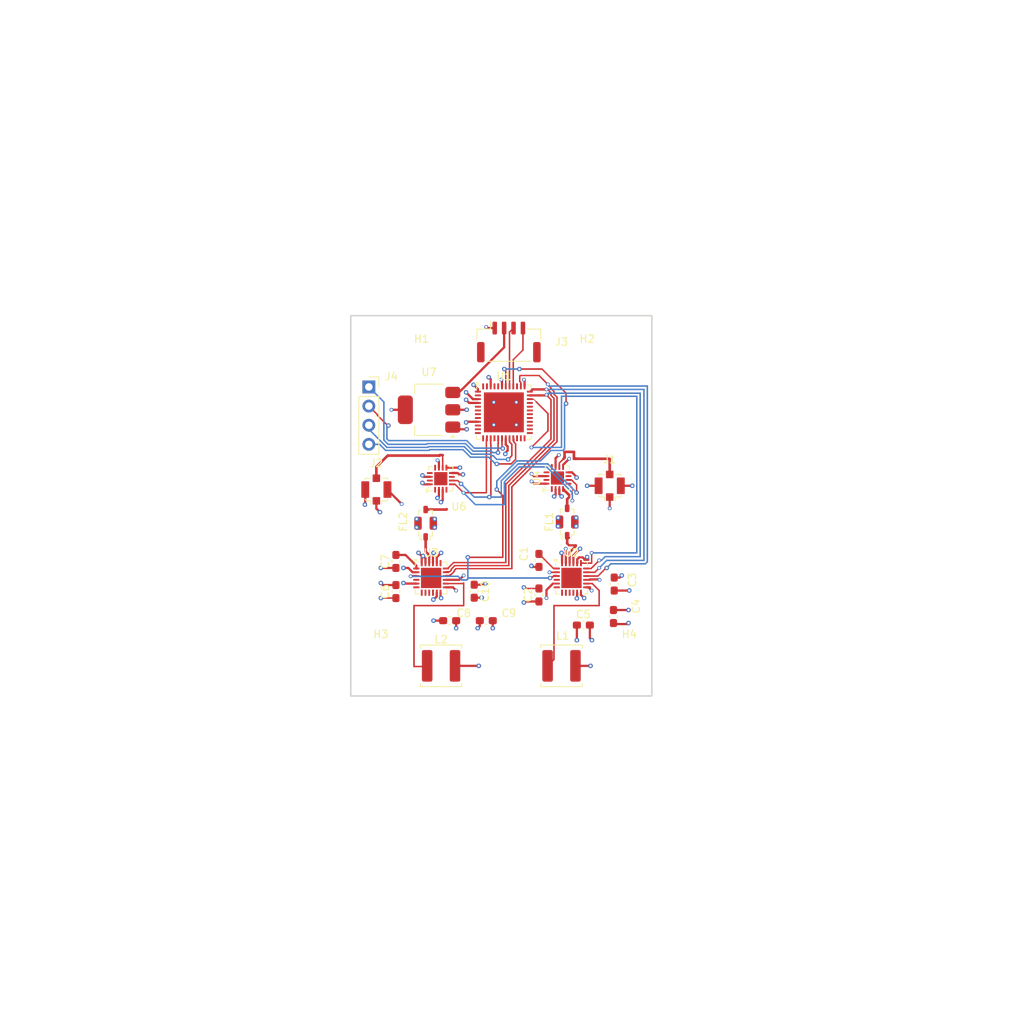
<source format=kicad_pcb>
(kicad_pcb (version 20241229) (generator "pcbnew") (generator_version "9.0")
  (layers (0 "F.Cu" signal) (4 "In1.Cu" signal) (6 "In2.Cu" signal) (2 "B.Cu" signal) (13 "F.Paste" user) (15 "B.Paste" user) (5 "F.SilkS" user "F.Silkscreen") (7 "B.SilkS" user "B.Silkscreen") (1 "F.Mask" user) (3 "B.Mask" user) (25 "Edge.Cuts" user))
  (net 0 "")
  (net 1 "Net-(FL1-IN)")
  (net 2 "Net-(FL1-OUT)")
  (net 3 "/JTAG3")
  (net 4 "/RXEN1")
  (net 5 "+3.3V")
  (net 15 "/JTAG2")
  (net 16 "/TX")
  (net 17 "/TXENO")
  (net 18 "/CS1")
  (net 20 "/CSO")
  (net 21 "/SCK")
  (net 27 "GND")
  (net 28 "/MISO")
  (net 29 "/RXENO")
  (net 31 "/TXEN1")
  (net 35 "/RX")
  (net 36 "/JTAG1")
  (net 37 "/JTAG4")
  (net 41 "/MOSI")
  (net 44 "Net-(U2-VR_PA)")
  (net 45 "Net-(U3-VR_PA)")
  (net 46 "Net-(FL2-IN)")
  (net 47 "Net-(FL2-OUT)")
  (net 48 "Net-(J1-In)")
  (net 49 "Net-(J2-In)")
  (net 50 "/VCC")
  (net 51 "Net-(U2-DCC_SW)")
  (net 52 "Net-(U3-DCC_SW)")
  (net 54 "/NRESET")
  (net 59 "Net-(U2-XTA)")
  (net 62 "/CS0")
  (net 63 "Net-(U3-XTA)")
  (footprint "Package_DFN_QFN:QFN-48-1EP_7x7mm_P0.5mm_EP5.3x5.3mm" (layer "F.Cu") (at 168.939 71.75055)
    (property "Reference" "U1")
    (property "Value" "ESP32-PICO-D4" (hide yes))
  )
  (footprint "Capacitor_SMD:C_0603_1608Metric_Pad1.08x0.95mm_HandSolder" (layer "F.Cu") (at 173.599 91.41055 90)
    (property "Reference" "C1")
    (property "Value" "10nF" (hide yes))
  )
  (footprint "Inductor_SMD:L_APV_ANR5045" (layer "F.Cu") (at 176.599 105.41055)
    (property "Reference" "L1")
    (property "Value" "15uH MPL-SES5040-150" (hide yes))
  )
  (footprint "Capacitor_SMD:C_0603_1608Metric_Pad1.08x0.95mm_HandSolder" (layer "F.Cu") (at 166.599 99.41055 180)
    (property "Reference" "C9")
    (property "Value" "100nF" (hide yes))
  )
  (footprint "MountingHole:MountingHole_3.2mm_M3" (layer "F.Cu") (at 152.599 105.41055)
    (property "Reference" "H3")
    (property "Value" "MountingHole" (hide yes))
  )
  (footprint "Capacitor_SMD:C_0603_1608Metric_Pad1.08x0.95mm_HandSolder" (layer "F.Cu") (at 183.5 98.8625 -90)
    (property "Reference" "C4")
    (property "Value" "100nF" (hide yes))
  )
  (footprint "Capacitor_SMD:C_0603_1608Metric_Pad1.08x0.95mm_HandSolder" (layer "F.Cu") (at 154.599 95.54805 90)
    (property "Reference" "C6")
    (property "Value" "10nF" (hide yes))
  )
  (footprint "Capacitor_SMD:C_0603_1608Metric_Pad1.08x0.95mm_HandSolder" (layer "F.Cu") (at 165 95.5 -90)
    (property "Reference" "C10")
    (property "Value" "100nF" (hide yes))
  )
  (footprint "MountingHole:MountingHole_3.2mm_M3" (layer "F.Cu") (at 184.599 62.41055)
    (property "Reference" "H2" (hide yes))
    (property "Value" "MountingHole" (hide yes))
  )
  (footprint "Package_DFN_QFN:QFN-16-1EP_3x3mm_P0.5mm_EP1.75x1.75mm" (layer "F.Cu") (at 176.059 80.47055 90)
    (property "Reference" "U4")
    (property "Value" "~")
  )
  (footprint "Filter:Filter_Mini-Circuits_FV1206-4" (layer "F.Cu") (at 158.549 86.47305 90)
    (property "Reference" "FL2")
    (property "Value" "BFCN-2450" (hide yes))
  )
  (footprint "MountingHole:MountingHole_3.2mm_M3" (layer "F.Cu") (at 152.599 62.41055)
    (property "Reference" "H1")
    (property "Value" "MountingHole" (hide yes))
  )
  (footprint "Connector_Coaxial:U.FL_Molex_MCRF_73412-0110_Vertical" (layer "F.Cu") (at 152 82 180)
    (property "Reference" "J2")
    (property "Value" "Conn_Coaxial" (hide yes))
  )
  (footprint "Connector_PinSocket_2.54mm:PinSocket_1x04_P2.54mm_Vertical" (layer "F.Cu") (at 151 68.38)
    (property "Reference" "J4")
    (property "Value" "Conn_01x04_Pin" (hide yes))
  )
  (footprint "Package_TO_SOT_SMD:SOT-223-3_TabPin2" (layer "F.Cu") (at 159 71.41055 180)
    (property "Reference" "U7")
    (property "Value" "LM1117MP-3.3" (hide yes))
  )
  (footprint "Connector_Coaxial:U.FL_Molex_MCRF_73412-0110_Vertical" (layer "F.Cu") (at 183 81.5 180)
    (property "Reference" "J1")
    (property "Value" "Conn_Coaxial" (hide yes))
  )
  (footprint "Capacitor_SMD:C_0603_1608Metric_Pad1.08x0.95mm_HandSolder" (layer "F.Cu") (at 179.5 100)
    (property "Reference" "C5")
    (property "Value" "470nF" (hide yes))
  )
  (footprint "Capacitor_SMD:C_0603_1608Metric_Pad1.08x0.95mm_HandSolder" (layer "F.Cu") (at 154.599 91.54805 90)
    (property "Reference" "C7")
    (property "Value" "10nF" (hide yes))
  )
  (footprint "Connector_JST:JST_GH_SM04B-GHS-TB_1x04-1MP_P1.25mm_Horizontal" (layer "F.Cu") (at 169.599 62.41055)
    (property "Reference" "J3")
    (property "Value" "Conn_01x04_Pin" (hide yes))
  )
  (footprint "Package_DFN_QFN:QFN-24-1EP_4x4mm_P0.5mm_EP2.7x2.7mm" (layer "F.Cu") (at 177.924 93.73555)
    (property "Reference" "U2")
    (property "Value" "~")
  )
  (footprint "Inductor_SMD:L_APV_ANR5045" (layer "F.Cu") (at 160.599 105.41055)
    (property "Reference" "L2")
    (property "Value" "15uH MPL-SE5040-150" (hide yes))
  )
  (footprint "MountingHole:MountingHole_3.2mm_M3" (layer "F.Cu") (at 184.599 105.41055)
    (property "Reference" "H4")
    (property "Value" "MountingHole" (hide yes))
  )
  (footprint "Capacitor_SMD:C_0603_1608Metric_Pad1.08x0.95mm_HandSolder" (layer "F.Cu") (at 183.599 94.54805 90)
    (property "Reference" "C3")
    (property "Value" "100nF" (hide yes))
  )
  (footprint "Capacitor_SMD:C_0603_1608Metric_Pad1.08x0.95mm_HandSolder" (layer "F.Cu") (at 173.599 96 90)
    (property "Reference" "C2")
    (property "Value" "10nF" (hide yes))
  )
  (footprint "Package_DFN_QFN:QFN-16-1EP_3x3mm_P0.5mm_EP1.75x1.75mm" (layer "F.Cu") (at 160.56 80.56 90)
    (property "Reference" "U6")
    (property "Value" "~")
  )
  (footprint "Capacitor_SMD:C_0603_1608Metric_Pad1.08x0.95mm_HandSolder" (layer "F.Cu") (at 161.7365 99.41055)
    (property "Reference" "C8")
    (property "Value" "470nF" (hide yes))
  )
  (footprint "Filter:Filter_Mini-Circuits_FV1206-4" (layer "F.Cu") (at 177.349 86.31055 90)
    (property "Reference" "FL1")
    (property "Value" "BFCN-2450" (hide yes))
  )
  (footprint "Package_DFN_QFN:QFN-24-1EP_4x4mm_P0.5mm_EP2.7x2.7mm" (layer "F.Cu") (at 159.274 93.73555)
    (property "Reference" "U3")
    (property "Value" "~")
  )
  (gr_rect (start 148.599 58.91055) (end 188.599 109.41055) (stroke (width 0.2)) (fill no) (layer "Edge.Cuts"))
  (gr_text "H2\n" (at 180 62 0) (layer "F.SilkS") (effects (font (size 1 1))))
  (segment (start 178.5 89.50955) (end 178.5 89.41055) (width 0.3) (layer "F.Cu") (net 1))
  (segment (start 177.674 90.33555) (end 178.5 89.50955) (width 0.3) (layer "F.Cu") (net 1))
  (segment (start 178.5 89.41055) (end 177.599 89.41055) (width 0.3) (layer "F.Cu") (net 1))
  (segment (start 177.349 88.12555) (end 177.349 88.41055) (width 0.35) (layer "F.Cu") (net 1))
  (segment (start 177.674 91.77305) (end 177.674 90.33555) (width 0.3) (layer "F.Cu") (net 1))
  (segment (start 177.349 88.41055) (end 177.349 89.16055) (width 0.35) (layer "F.Cu") (net 1))
  (segment (start 177.599 89.41055) (end 177.349 89.16055) (width 0.3) (layer "F.Cu") (net 1))
  (segment (start 177.599 88.41055) (end 177.349 88.41055) (width 0.3) (layer "F.Cu") (net 1))
  (segment (start 177.349 83.27805) (end 177.349 84.49555) (width 0.35) (layer "F.Cu") (net 2))
  (segment (start 177.619 82.74305) (end 177.619 83.00805) (width 0.25) (layer "F.Cu") (net 2))
  (segment (start 177.619 82.74305) (end 176.835 81.95905) (width 0.35) (layer "F.Cu") (net 2))
  (segment (start 177.619 83.00805) (end 177.349 83.27805) (width 0.35) (layer "F.Cu") (net 2))
  (segment (start 176.835 81.95905) (end 176.835 81.93305) (width 0.35) (layer "F.Cu") (net 2))
  (segment (start 170 75.994448) (end 169.862 75.856448) (width 0.2) (layer "F.Cu") (net 3))
  (segment (start 169.862 75.855035) (end 169.689 75.682035) (width 0.2) (layer "F.Cu") (net 3))
  (segment (start 151 74.23) (end 151 73.46) (width 0.2) (layer "F.Cu") (net 3))
  (segment (start 169.5 78) (end 170 77.5) (width 0.2) (layer "F.Cu") (net 3))
  (segment (start 169.862 75.856448) (end 169.862 75.855035) (width 0.2) (layer "F.Cu") (net 3))
  (segment (start 170 77.5) (end 170 75.994448) (width 0.2) (layer "F.Cu") (net 3))
  (segment (start 169.689 75.682035) (end 169.689 75.20055) (width 0.2) (layer "F.Cu") (net 3))
  (via (at 169.5 78) (size 0.6) (drill 0.3) (layers "F.Cu" "B.Cu") (net 3))
  (segment (start 158.9329 76.302) (end 158.8339 76.401) (width 0.2) (layer "B.Cu") (net 3))
  (segment (start 167.289592 77.501) (end 167.090592 77.302) (width 0.2) (layer "B.Cu") (net 3))
  (segment (start 168 78) (end 167.501 77.501) (width 0.2) (layer "B.Cu") (net 3))
  (segment (start 169.5 78) (end 168 78) (width 0.2) (layer "B.Cu") (net 3))
  (segment (start 167.090592 77.302) (end 164.6678 77.302) (width 0.2) (layer "B.Cu") (net 3))
  (segment (start 164.6678 77.302) (end 163.6678 76.302) (width 0.2) (layer "B.Cu") (net 3))
  (segment (start 167.501 77.501) (end 167.289592 77.501) (width 0.2) (layer "B.Cu") (net 3))
  (segment (start 158.8339 76.401) (end 153.401 76.401) (width 0.2) (layer "B.Cu") (net 3))
  (segment (start 153.401 76.401) (end 151 74) (width 0.2) (layer "B.Cu") (net 3))
  (segment (start 151 74) (end 151 73.46) (width 0.2) (layer "B.Cu") (net 3))
  (segment (start 163.6678 76.302) (end 158.9329 76.302) (width 0.2) (layer "B.Cu") (net 3))
  (segment (start 159.0975 81.31) (end 158.31 81.31) (width 0.3) (layer "F.Cu") (net 5))
  (segment (start 159.0975 80.31) (end 158.31 80.31) (width 0.3) (layer "F.Cu") (net 5))
  (segment (start 171.689 68.30055) (end 171.689 67.50055) (width 0.3) (layer "F.Cu") (net 5))
  (segment (start 160.024 95.69805) (end 160.024 96.19706) (width 0.3) (layer "F.Cu") (net 5))
  (segment (start 171.7365 95.1375) (end 171.599 95) (width 0.2) (layer "F.Cu") (net 5))
  (segment (start 154.599 94.68555) (end 152.874 94.68555) (width 0.3) (layer "F.Cu") (net 5))
  (segment (start 169.439999 76.82087) (end 169.439999 76.281562) (width 0.3) (layer "F.Cu") (net 5))
  (segment (start 172.929 80.22055) (end 172.619 79.91055) (width 0.3) (layer "F.Cu") (net 5))
  (segment (start 178.674 95.69805) (end 178.674 96.407759) (width 0.3) (layer "F.Cu") (net 5))
  (segment (start 169.129385 77.275192) (end 169.129385 77.131484) (width 0.3) (layer "F.Cu") (net 5))
  (segment (start 172.929 81.22055) (end 172.619 80.91055) (width 0.3) (layer "F.Cu") (net 5))
  (segment (start 183.5 99.8625) (end 185.3625 99.8625) (width 0.3) (layer "F.Cu") (net 5))
  (segment (start 180.40951 93.96155) (end 180.329282 93.96155) (width 0.3) (layer "F.Cu") (net 5))
  (segment (start 179.174 95.69805) (end 179.174 95.98555) (width 0.3) (layer "F.Cu") (net 5))
  (segment (start 164.329 70.50055) (end 163.919 70.09055) (width 0.3) (layer "F.Cu") (net 5))
  (segment (start 171.689 67.50055) (end 171.599 67.41055) (width 0.3) (layer "F.Cu") (net 5))
  (segment (start 168.689 68.30055) (end 168.689 67.50055) (width 0.3) (layer "F.Cu") (net 5))
  (segment (start 165.7365 99.41055) (end 165.7365 100.13555) (width 0.3) (layer "F.Cu") (net 5))
  (segment (start 179.8865 93.98555) (end 180.305282 93.98555) (width 0.1) (layer "F.Cu") (net 5))
  (segment (start 163.024 93.98555) (end 163.599 93.41055) (width 0.3) (layer "F.Cu") (net 5))
  (segment (start 164.829 70.00055) (end 163.919 69.09055) (width 0.3) (layer "F.Cu") (net 5))
  (segment (start 164.009 73.00055) (end 163.919 73.09055) (width 0.3) (layer "F.Cu") (net 5))
  (segment (start 156.81249 92.98555) (end 156.23749 92.41055) (width 0.3) (layer "F.Cu") (net 5))
  (segment (start 165.489 68.66055) (end 164.919 68.09055) (width 0.3) (layer "F.Cu") (net 5))
  (segment (start 163.024 93.98555) (end 161.2365 93.98555) (width 0.3) (layer "F.Cu") (net 5))
  (segment (start 165.489 73.00055) (end 164.009 73.00055) (width 0.3) (layer "F.Cu") (net 5))
  (segment (start 165.7365 100.13555) (end 165.4615 100.41055) (width 0.3) (layer "F.Cu") (net 5))
  (segment (start 156.23749 92.41055) (end 155.599 92.41055) (width 0.3) (layer "F.Cu") (net 5))
  (segment (start 175.01445 92.98555) (end 175 93) (width 0.1) (layer "F.Cu") (net 5))
  (segment (start 181.63005 93.93655) (end 180.43451 93.93655) (width 0.3) (layer "F.Cu") (net 5))
  (segment (start 174.5965 81.22055) (end 172.929 81.22055) (width 0.3) (layer "F.Cu") (net 5))
  (segment (start 183.599 93.68555) (end 184.324 93.68555) (width 0.3) (layer "F.Cu") (net 5))
  (segment (start 160.024 96.19706) (end 159.61051 96.61055) (width 0.3) (layer "F.Cu") (net 5))
  (segment (start 165 96.3625) (end 166 96.3625) (width 0.3) (layer "F.Cu") (net 5))
  (segment (start 165.489 70.00055) (end 164.829 70.00055) (width 0.3) (layer "F.Cu") (net 5))
  (segment (start 159.61051 96.61055) (end 159.57308 96.61055) (width 0.3) (layer "F.Cu") (net 5))
  (segment (start 162.15 71.41055) (end 164 71.41055) (width 0.3) (layer "F.Cu") (net 5))
  (segment (start 160.524 96.33555) (end 160.599 96.41055) (width 0.3) (layer "F.Cu") (net 5))
  (segment (start 160.874 99.41055) (end 159.599 99.41055) (width 0.3) (layer "F.Cu") (net 5))
  (segment (start 161.3615 93.86055) (end 161.2365 93.98555) (width 0.01) (layer "F.Cu") (net 5))
  (segment (start 152.874 94.68555) (end 152.599 94.41055) (width 0.3) (layer "F.Cu") (net 5))
  (segment (start 157.3115 92.98555) (end 156.81249 92.98555) (width 0.3) (layer "F.Cu") (net 5))
  (segment (start 178.449 105.41055) (end 180.449 105.41055) (width 0.3) (layer "F.Cu") (net 5))
  (segment (start 165.489 69.00055) (end 165.489 68.66055) (width 0.3) (layer "F.Cu") (net 5))
  (segment (start 167.189 68.30055) (end 167.189 67.36055) (width 0.3) (layer "F.Cu") (net 5))
  (segment (start 162.449 105.41055) (end 165.599 105.41055) (width 0.3) (layer "F.Cu") (net 5))
  (segment (start 160.524 95.69805) (end 160.524 96.33555) (width 0.3) (layer "F.Cu") (net 5))
  (segment (start 184.324 93.68555) (end 184.599 93.41055) (width 0.3) (layer "F.Cu") (net 5))
  (segment (start 180.43451 93.93655) (end 180.40951 93.96155) (width 0.3) (layer "F.Cu") (net 5))
  (segment (start 169.189 76.030563) (end 169.189 75.20055) (width 0.3) (layer "F.Cu") (net 5))
  (segment (start 158.31 80.31) (end 158.12 80.12) (width 0.3) (layer "F.Cu") (net 5))
  (segment (start 179.174 95.98555) (end 179.599 96.41055) (width 0.3) (layer "F.Cu") (net 5))
  (segment (start 180.329282 93.96155) (end 180.305282 93.98555) (width 0.3) (layer "F.Cu") (net 5))
  (segment (start 169.129385 77.131484) (end 169.439999 76.82087) (width 0.3) (layer "F.Cu") (net 5))
  (segment (start 169.189 75.20055) (end 169.189 75.549248) (width 0.2) (layer "F.Cu") (net 5))
  (segment (start 155.85 71.41055) (end 154 71.41055) (width 0.3) (layer "F.Cu") (net 5))
  (segment (start 169.439999 76.281562) (end 169.189 76.030563) (width 0.3) (layer "F.Cu") (net 5))
  (segment (start 181.653716 93.960216) (end 181.63005 93.93655) (width 0.3) (layer "F.Cu") (net 5))
  (segment (start 185.3625 99.8625) (end 185.5 99.725) (width 0.3) (layer "F.Cu") (net 5))
  (segment (start 173.599 95.1375) (end 171.7365 95.1375) (width 0.2) (layer "F.Cu") (net 5))
  (segment (start 178.674 96.407759) (end 178.632558 96.449201) (width 0.3) (layer "F.Cu") (net 5))
  (segment (start 168.689 67.50055) (end 168.599 67.41055) (width 0.3) (layer "F.Cu") (net 5))
  (segment (start 181.653716 93.993685) (end 181.653716 93.960216) (width 0.3) (layer "F.Cu") (net 5))
  (segment (start 178.6375 100) (end 178.6375 102) (width 0.3) (layer "F.Cu") (net 5))
  (segment (start 165.489 70.50055) (end 164.329 70.50055) (width 0.3) (layer "F.Cu") (net 5))
  (segment (start 174.5965 80.22055) (end 172.929 80.22055) (width 0.3) (layer "F.Cu") (net 5))
  (segment (start 175.9615 92.98555) (end 175.01445 92.98555) (width 0.2) (layer "F.Cu") (net 5))
  (segment (start 167.189 67.36055) (end 166.919 67.09055) (width 0.3) (layer "F.Cu") (net 5))
  (segment (start 158.31 81.31) (end 158.12 81.12) (width 0.3) (layer "F.Cu") (net 5))
  (via (at 159.599 99.41055) (size 0.6) (drill 0.3) (layers "F.Cu" "B.Cu") (net 5))
  (via (at 180.449 105.41055) (size 0.6) (drill 0.3) (layers "F.Cu" "B.Cu") (net 5))
  (via (at 171.599 67.41055) (size 0.5) (drill 0.3) (layers "F.Cu" "B.Cu") (net 5))
  (via (at 168.599 67.41055) (size 0.5) (drill 0.3) (layers "F.Cu" "B.Cu") (net 5))
  (via (at 155.599 92.41055) (size 0.6) (drill 0.3) (layers "F.Cu" "B.Cu") (net 5))
  (via (at 171.599 95) (size 0.6) (drill 0.3) (layers "F.Cu" "B.Cu") (net 5))
  (via (at 164.919 68.09055) (size 0.6) (drill 0.3) (layers "F.Cu" "B.Cu") (net 5))
  (via (at 178.632558 96.449201) (size 0.6) (drill 0.3) (layers "F.Cu" "B.Cu") (net 5))
  (via (at 154 71.41055) (size 0.5) (drill 0.3) (layers "F.Cu" "B.Cu") (net 5))
  (via (at 179.599 96.41055) (size 0.6) (drill 0.3) (layers "F.Cu" "B.Cu") (net 5))
  (via (at 163.919 69.09055) (size 0.6) (drill 0.3) (layers "F.Cu" "B.Cu") (net 5))
  (via (at 165.599 105.41055) (size 0.6) (drill 0.3) (layers "F.Cu" "B.Cu") (net 5))
  (via (at 164 71.41055) (size 0.6) (drill 0.3) (layers "F.Cu" "B.Cu") (net 5))
  (via (at 175 93) (size 0.5) (drill 0.3) (layers "F.Cu" "B.Cu") (net 5))
  (via (at 166.919 67.09055) (size 0.6) (drill 0.3) (layers "F.Cu" "B.Cu") (net 5))
  (via (at 159.57308 96.61055) (size 0.6) (drill 0.3) (layers "F.Cu" "B.Cu") (net 5))
  (via (at 163.919 73.09055) (size 0.6) (drill 0.3) (layers "F.Cu" "B.Cu") (net 5))
  (via (at 158.12 80.12) (size 0.6) (drill 0.3) (layers "F.Cu" "B.Cu") (net 5))
  (via (at 172.619 80.91055) (size 0.5) (drill 0.3) (layers "F.Cu" "B.Cu") (net 5))
  (via (at 160.599 96.41055) (size 0.6) (drill 0.3) (layers "F.Cu" "B.Cu") (net 5))
  (via (at 152.599 94.41055) (size 0.6) (drill 0.3) (layers "F.Cu" "B.Cu") (net 5))
  (via (at 158.12 81.12) (size 0.6) (drill 0.3) (layers "F.Cu" "B.Cu") (net 5))
  (via (at 165.4615 100.41055) (size 0.6) (drill 0.3) (layers "F.Cu" "B.Cu") (net 5))
  (via (at 178.6375 102) (size 0.6) (drill 0.3) (layers "F.Cu" "B.Cu") (net 5))
  (via (at 185.5 99.725) (size 0.6) (drill 0.3) (layers "F.Cu" "B.Cu") (net 5))
  (via (at 163.599 93.41055) (size 0.5) (drill 0.3) (layers "F.Cu" "B.Cu") (net 5))
  (via (at 166 96.3625) (size 0.6) (drill 0.3) (layers "F.Cu" "B.Cu") (net 5))
  (via (at 181.653716 93.993685) (size 0.5) (drill 0.3) (layers "F.Cu" "B.Cu") (net 5))
  (via (at 169.129385 77.275192) (size 0.6) (drill 0.3) (layers "F.Cu" "B.Cu") (net 5))
  (via (at 163.919 70.09055) (size 0.6) (drill 0.3) (layers "F.Cu" "B.Cu") (net 5))
  (via (at 172.619 79.91055) (size 0.5) (drill 0.3) (layers "F.Cu" "B.Cu") (net 5))
  (via (at 184.599 93.41055) (size 0.6) (drill 0.3) (layers "F.Cu" "B.Cu") (net 5))
  (segment (start 153.6 73.5) (end 153.5 73.5) (width 0.2) (layer "F.Cu") (net 15))
  (segment (start 168.689 75.616348) (end 168.689 75.20055) (width 0.2) (layer "F.Cu") (net 15))
  (segment (start 153.5 73.5) (end 152.153876 72.153876) (width 0.2) (layer "F.Cu") (net 15))
  (segment (start 152.153876 72.153876) (end 152.153876 72.073876) (width 0.2) (layer "F.Cu") (net 15))
  (segment (start 168.788999 76.551216) (end 168.788999 76.48192) (width 0.2) (layer "F.Cu") (net 15))
  (segment (start 168.788999 76.48192) (end 168.689 76.381921) (width 0.2) (layer "F.Cu") (net 15))
  (segment (start 168.689 76.381921) (end 168.689 75.20055) (width 0.2) (layer "F.Cu") (net 15))
  (segment (start 152.153876 72.073876) (end 151 70.92) (width 0.2) (layer "F.Cu") (net 15))
  (via (at 168.788999 76.551216) (size 0.6) (drill 0.3) (layers "F.Cu" "B.Cu") (net 15))
  (via (at 153.6 73.5) (size 0.6) (drill 0.3) (layers "F.Cu" "B.Cu") (net 15))
  (segment (start 164 75.5) (end 165 76.5) (width 0.2) (layer "B.Cu") (net 15))
  (segment (start 153.6342 75.5) (end 164 75.5) (width 0.2) (layer "B.Cu") (net 15))
  (segment (start 165 76.5) (end 168.737783 76.5) (width 0.2) (layer "B.Cu") (net 15))
  (segment (start 153.401 73.699) (end 153.401 75.2668) (width 0.2) (layer "B.Cu") (net 15))
  (segment (start 153.401 75.2668) (end 153.6342 75.5) (width 0.2) (layer "B.Cu") (net 15))
  (segment (start 153.6 73.5) (end 153.401 73.699) (width 0.2) (layer "B.Cu") (net 15))
  (segment (start 168.737783 76.5) (end 168.788999 76.551216) (width 0.2) (layer "B.Cu") (net 15))
  (segment (start 169.689 68.30055) (end 169.689 61.09555) (width 0.2) (layer "F.Cu") (net 16))
  (segment (start 169.689 61.09555) (end 170.224 60.56055) (width 0.2) (layer "F.Cu") (net 16))
  (segment (start 178.045 83.465934) (end 178.037192 83.473742) (width 0.1) (layer "F.Cu") (net 17))
  (segment (start 163.5745 82.4255) (end 166.5745 82.4255) (width 0.2) (layer "F.Cu") (net 17))
  (segment (start 166.615 82.385) (end 166.615 75.27455) (width 0.2) (layer "F.Cu") (net 17))
  (segment (start 166.615 75.27455) (end 166.689 75.20055) (width 0.2) (layer "F.Cu") (net 17))
  (segment (start 162.459 81.31) (end 162.0225 81.31) (width 0.2) (layer "F.Cu") (net 17))
  (segment (start 178.045 81.74405) (end 178.045 83.465934) (width 0.1) (layer "F.Cu") (net 17))
  (segment (start 166.5745 82.4255) (end 166.615 82.385) (width 0.2) (layer "F.Cu") (net 17))
  (segment (start 177.5215 81.22055) (end 178.045 81.74405) (width 0.1) (layer "F.Cu") (net 17))
  (segment (start 163.5745 82.4255) (end 162.459 81.31) (width 0.2) (layer "F.Cu") (net 17))
  (via (at 178.037192 83.473742) (size 0.5) (drill 0.3) (layers "F.Cu" "B.Cu") (net 17))
  (via (at 163.5745 82.4255) (size 0.5) (drill 0.3) (layers "F.Cu" "B.Cu") (net 17))
  (segment (start 174.62135 79) (end 177.998 82.37665) (width 0.2) (layer "B.Cu") (net 17))
  (segment (start 178.037192 82.698685) (end 178.037192 83.473742) (width 0.2) (layer "B.Cu") (net 17))
  (segment (start 165.149 84) (end 169 84) (width 0.2) (layer "B.Cu") (net 17))
  (segment (start 169 81) (end 171 79) (width 0.2) (layer "B.Cu") (net 17))
  (segment (start 169 84) (end 169 81) (width 0.2) (layer "B.Cu") (net 17))
  (segment (start 177.998 82.659493) (end 178.037192 82.698685) (width 0.2) (layer "B.Cu") (net 17))
  (segment (start 177.998 82.37665) (end 177.998 82.659493) (width 0.2) (layer "B.Cu") (net 17))
  (segment (start 171 79) (end 174.62135 79) (width 0.2) (layer "B.Cu") (net 17))
  (segment (start 163.5745 82.4255) (end 165.149 84) (width 0.2) (layer "B.Cu") (net 17))
  (segment (start 173.248 70.369428) (end 172.879122 70.00055) (width 0.1) (layer "F.Cu") (net 18))
  (segment (start 174.248 74.76155) (end 174.797 74.21255) (width 0.2) (layer "F.Cu") (net 18))
  (segment (start 174.797 71.918428) (end 173.248 70.369428) (width 0.2) (layer "F.Cu") (net 18))
  (segment (start 180.599 91.77305) (end 180.599 90.41055) (width 0.2) (layer "F.Cu") (net 18))
  (segment (start 179.174 91.77305) (end 180.599 91.77305) (width 0.2) (layer "F.Cu") (net 18))
  (segment (start 174.797 74.21255) (end 174.797 71.918428) (width 0.2) (layer "F.Cu") (net 18))
  (segment (start 174.223 74.78655) (end 174.198 74.76155) (width 0.2) (layer "F.Cu") (net 18))
  (segment (start 172.879122 70.00055) (end 172.389 70.00055) (width 0.1) (layer "F.Cu") (net 18))
  (segment (start 172.599 76.41055) (end 174.223 74.78655) (width 0.2) (layer "F.Cu") (net 18))
  (via (at 172.599 76.41055) (size 0.5) (drill 0.3) (layers "F.Cu" "B.Cu") (net 18))
  (via (at 180.599 90.41055) (size 0.5) (drill 0.3) (layers "F.Cu" "B.Cu") (net 18))
  (segment (start 176.599 69.612547) (end 176.599 76.41055) (width 0.2) (layer "B.Cu") (net 18))
  (segment (start 186.599 90.41055) (end 186.599 69.612547) (width 0.2) (layer "B.Cu") (net 18))
  (segment (start 180.599 90.41055) (end 186.599 90.41055) (width 0.2) (layer "B.Cu") (net 18))
  (segment (start 176.599 76.41055) (end 172.599 76.41055) (width 0.2) (layer "B.Cu") (net 18))
  (segment (start 186.599 69.612547) (end 176.599 69.612547) (width 0.2) (layer "B.Cu") (net 18))
  (segment (start 179.8865 92.48555) (end 180.524 92.48555) (width 0.2) (layer "F.Cu") (net 21))
  (segment (start 174.509 69.50055) (end 173.599 69.50055) (width 0.3) (layer "F.Cu") (net 21))
  (segment (start 169.198 91.698) (end 169.198 81.198) (width 0.2) (layer "F.Cu") (net 21))
  (segment (start 172.389 69.50055) (end 173.599 69.50055) (width 0.3) (layer "F.Cu") (net 21))
  (segment (start 174.799 69.50055) (end 173.599 69.50055) (width 0.2) (layer "F.Cu") (net 21))
  (segment (start 169.198 81.198) (end 169.302 81.198) (width 0.2) (layer "F.Cu") (net 21))
  (segment (start 169.302 81.198) (end 175.198 75.302) (width 0.2) (layer "F.Cu") (net 21))
  (segment (start 161.555898 92.403293) (end 162.261191 91.698) (width 0.2) (layer "F.Cu") (net 21))
  (segment (start 174.599 69.41055) (end 174.509 69.50055) (width 0.3) (layer "F.Cu") (net 21))
  (segment (start 175.198 75.302) (end 175.198 70.058907) (width 0.2) (layer "F.Cu") (net 21))
  (segment (start 161.2365 92.48555) (end 161.555898 92.48555) (width 0.2) (layer "F.Cu") (net 21))
  (segment (start 174.799 69.659907) (end 174.799 69.50055) (width 0.2) (layer "F.Cu") (net 21))
  (segment (start 162.261191 91.698) (end 169.198 91.698) (width 0.2) (layer "F.Cu") (net 21))
  (segment (start 161.555898 92.48555) (end 161.555898 92.403293) (width 0.2) (layer "F.Cu") (net 21))
  (segment (start 175.198 70.058907) (end 174.799 69.659907) (width 0.2) (layer "F.Cu") (net 21))
  (segment (start 180.524 92.48555) (end 181.599 91.41055) (width 0.2) (layer "F.Cu") (net 21))
  (via (at 174.599 69.41055) (size 0.5) (drill 0.3) (layers "F.Cu" "B.Cu") (net 21))
  (via (at 181.599 91.41055) (size 0.5) (drill 0.3) (layers "F.Cu" "B.Cu") (net 21))
  (segment (start 174.847943 69.311547) (end 174.698003 69.311547) (width 0.3) (layer "B.Cu") (net 21))
  (segment (start 174.947943 69.211547) (end 174.847943 69.311547) (width 0.3) (layer "B.Cu") (net 21))
  (segment (start 187.046 90.90955) (end 187.046 69.211547) (width 0.2) (layer "B.Cu") (net 21))
  (segment (start 181.89048 91.41055) (end 182.39148 90.90955) (width 0.2) (layer "B.Cu") (net 21))
  (segment (start 182.39148 90.90955) (end 187.046 90.90955) (width 0.2) (layer "B.Cu") (net 21))
  (segment (start 181.599 91.41055) (end 181.89048 91.41055) (width 0.2) (layer "B.Cu") (net 21))
  (segment (start 187.046 69.211547) (end 174.947943 69.211547) (width 0.2) (layer "B.Cu") (net 21))
  (segment (start 174.698003 69.311547) (end 174.599 69.41055) (width 0.3) (layer "B.Cu") (net 21))
  (segment (start 168.939 72.07055) (end 167.599 73.41055) (width 0.3) (layer "F.Cu") (net 27))
  (segment (start 174.599 95.34904) (end 174.599 96.41055) (width 0.3) (layer "F.Cu") (net 27))
  (segment (start 178.93849 91.00955) (end 178.698 91.25004) (width 0.3) (layer "F.Cu") (net 27))
  (segment (start 160.31 82.0225) (end 160.31 82.93) (width 0.3) (layer "F.Cu") (net 27))
  (segment (start 180.3625 101.725) (end 180.6375 102) (width 0.3) (layer "F.Cu") (net 27))
  (segment (start 176.309 81.93305) (end 176.309 82.60055) (width 0.3) (layer "F.Cu") (net 27))
  (segment (start 181.525 81.5) (end 180 81.5) (width 0.3) (layer "F.Cu") (net 27))
  (segment (start 160.31 78.31) (end 160.12 78.12) (width 0.1) (layer "F.Cu") (net 27))
  (segment (start 164 74) (end 163 74) (width 0.3) (layer "F.Cu") (net 27))
  (segment (start 162.599 99.41055) (end 162.599 99.68555) (width 0.3) (layer "F.Cu") (net 27))
  (segment (start 162.0225 79.81) (end 162.44 79.81) (width 0.3) (layer "F.Cu") (net 27))
  (segment (start 163 74) (end 162.71055 73.71055) (width 0.3) (layer "F.Cu") (net 27))
  (segment (start 173.599 96.8625) (end 171.7365 96.8625) (width 0.3) (layer "F.Cu") (net 27))
  (segment (start 183.599 95.41055) (end 185.599 95.41055) (width 0.3) (layer "F.Cu") (net 27))
  (segment (start 179.40951 91.00955) (end 178.93849 91.00955) (width 0.3) (layer "F.Cu") (net 27))
  (segment (start 178.599 80.32404) (end 178.599 80.41055) (width 0.3) (layer "F.Cu") (net 27))
  (segment (start 162.174 94.98555) (end 162.599 95.41055) (width 0.3) (layer "F.Cu") (net 27))
  (segment (start 175.46249 94.48555) (end 174.599 95.34904) (width 0.3) (layer "F.Cu") (net 27))
  (segment (start 176.809 78.72055) (end 177.619 77.91055) (width 0.3) (layer "F.Cu") (net 27))
  (segment (start 167.4615 99.41055) (end 167.4615 100.41055) (width 0.3) (layer "F.Cu") (net 27))
  (segment (start 155.674 94.48555) (end 155.599 94.41055) (width 0.3) (layer "F.Cu") (net 27))
  (segment (start 177.174 91.77305) (end 177.174 89.869434) (width 0.3) (layer "F.Cu") (net 27))
  (segment (start 178.174 91.77305) (end 178.174 90.75479) (width 0.3) (layer "F.Cu") (net 27))
  (segment (start 180.174 94.98555) (end 180.599 95.41055) (width 0.3) (layer "F.Cu") (net 27))
  (segment (start 160.31 79.0975) (end 160.31 78.31) (width 0.3) (layer "F.Cu") (net 27))
  (segment (start 162.599 99.41055) (end 162.599 100.41055) (width 0.3) (layer "F.Cu") (net 27))
  (segment (start 179.999 90.95955) (end 180.148 91.10855) (width 0.3) (layer "F.Cu") (net 27))
  (segment (start 152 84.525) (end 152.475 85) (width 0.3) (layer "F.Cu") (net 27))
  (segment (start 173.599 92.27305) (end 172.7365 92.27305) (width 0.3) (layer "F.Cu") (net 27))
  (segment (start 183 83) (end 183 84.5) (width 0.3) (layer "F.Cu") (net 27))
  (segment (start 171.7365 96.8625) (end 171.599 97) (width 0.3) (layer "F.Cu") (net 27))
  (segment (start 178.698 91.25004) (end 178.698 91.77305) (width 0.3) (layer "F.Cu") (net 27))
  (segment (start 162.15 73.71055) (end 162.3 73.71055) (width 0.2) (layer "F.Cu") (net 27))
  (segment (start 154.599 96.41055) (end 152.599 96.41055) (width 0.2) (layer "F.Cu") (net 27))
  (segment (start 162.71055 73.71055) (end 162.15 73.71055) (width 0.3) (layer "F.Cu") (net 27))
  (segment (start 160.024 90.98555) (end 160.599 90.41055) (width 0.3) (layer "F.Cu") (net 27))
  (segment (start 154.599 92.41055) (end 152.599 92.41055) (width 0.3) (layer "F.Cu") (net 27))
  (segment (start 169.259 71.75055) (end 170.599 70.41055) (width 0.3) (layer "F.Cu") (net 27))
  (segment (start 163.5 80) (end 163 80) (width 0.3) (layer "F.Cu") (net 27))
  (segment (start 175.809 77.84555) (end 176.244 77.41055) (width 0.3) (layer "F.Cu") (net 27))
  (segment (start 167.724 60.56055) (end 166.749 60.56055) (width 0.3) (layer "F.Cu") (net 27))
  (segment (start 179.8865 94.98555) (end 180.174 94.98555) (width 0.1) (layer "F.Cu") (net 27))
  (segment (start 175.809 82.72055) (end 175.619 82.91055) (width 0.3) (layer "F.Cu") (net 27))
  (segment (start 179.65 91.25004) (end 179.40951 91.00955) (width 0.3) (layer "F.Cu") (net 27))
  (segment (start 168.939 71.75055) (end 168.939 72.07055) (width 0.3) (layer "F.Cu") (net 27))
  (segment (start 150.525 83.95) (end 150.475 84) (width 0.3) (layer "F.Cu") (net 27))
  (segment (start 165 94.6375) (end 166.3625 94.6375) (width 0.3) (layer "F.Cu") (net 27))
  (segment (start 153.475 82.0375) (end 155.3625 83.925) (width 0.3) (layer "F.Cu") (net 27))
  (segment (start 184.475 81.5) (end 186 81.5) (width 0.3) (layer "F.Cu") (net 27))
  (segment (start 166.3625 94.6375) (end 166.5 94.5) (width 0.3) (layer "F.Cu") (net 27))
  (segment (start 160.31 82.93) (end 160.12 83.12) (width 0.3) (layer "F.Cu") (net 27))
  (segment (start 180.148 91.10855) (end 180.148 91.32205) (width 0.3) (layer "F.Cu") (net 27))
  (segment (start 176.309 82.60055) (end 176.619 82.91055) (width 0.3) (layer "F.Cu") (net 27))
  (segment (start 179.65 91.32205) (end 179.65 91.25004) (width 0.3) (layer "F.Cu") (net 27))
  (segment (start 150.525 82) (end 150.525 83.95) (width 0.3) (layer "F.Cu") (net 27))
  (segment (start 180.3625 100) (end 180.3625 101.725) (width 0.3) (layer "F.Cu") (net 27))
  (segment (start 163.0975 79.0975) (end 161.31 79.0975) (width 0.3) (layer "F.Cu") (net 27))
  (segment (start 157.599 90.41055) (end 158.024 90.83555) (width 0.3) (layer "F.Cu") (net 27))
  (segment (start 159.524 91.77305) (end 159.524 90.48555) (width 0.3) (layer "F.Cu") (net 27))
  (segment (start 158.524 91.148384) (end 158.524 91.77305) (width 0.3) (layer "F.Cu") (net 27))
  (segment (start 176.809 79.00805) (end 176.809 78.72055) (width 0.1) (layer "F.Cu") (net 27))
  (segment (start 175.809 81.93305) (end 175.809 82.72055) (width 0.3) (layer "F.Cu") (net 27))
  (segment (start 153.475 82) (end 153.475 82.0375) (width 0.3) (layer "F.Cu") (net 27))
  (segment (start 172.7365 92.27305) (end 172.599 92.13555) (width 0.3) (layer "F.Cu") (net 27))
  (segment (start 152 83.5) (end 152 84.525) (width 0.3) (layer "F.Cu") (net 27))
  (segment (start 180.148 91.32205) (end 179.65 91.32205) (width 0.3) (layer "F.Cu") (net 27))
  (segment (start 160.024 91.77305) (end 160.024 90.98555) (width 0.3) (layer "F.Cu") (net 27))
  (segment (start 175.809 79.00805) (end 175.809 77.84555) (width 0.3) (layer "F.Cu") (net 27))
  (segment (start 166.749 60.56055) (end 166.599 60.41055) (width 0.3) (layer "F.Cu") (net 27))
  (segment (start 168.939 71.75055) (end 167.599 70.41055) (width 0.3) (layer "F.Cu") (net 27))
  (segment (start 158.024 90.83555) (end 158.024 91.77305) (width 0.3) (layer "F.Cu") (net 27))
  (segment (start 176.674 91.77305) (end 176.674 90.48555) (width 0.3) (layer "F.Cu") (net 27))
  (segment (start 168.939 71.75055) (end 170.599 73.41055) (width 0.3) (layer "F.Cu") (net 27))
  (segment (start 179.8865 94.98555) (end 180.38551 94.98555) (width 0.3) (layer "F.Cu") (net 27))
  (segment (start 177.5215 79.72055) (end 177.99551 79.72055) (width 0.3) (layer "F.Cu") (net 27))
  (segment (start 183.5 98) (end 185.5 98) (width 0.3) (layer "F.Cu") (net 27))
  (segment (start 162.81 79.81) (end 162.0225 79.81) (width 0.3) (layer "F.Cu") (net 27))
  (segment (start 163 80) (end 162.81 79.81) (width 0.3) (layer "F.Cu") (net 27))
  (segment (start 161.2365 94.98555) (end 162.174 94.98555) (width 0.3) (layer "F.Cu") (net 27))
  (segment (start 158.198068 90.822452) (end 158.524 91.148384) (width 0.3) (layer "F.Cu") (net 27))
  (segment (start 177.99551 79.72055) (end 178.599 80.32404) (width 0.3) (layer "F.Cu") (net 27))
  (segment (start 168.939 71.75055) (end 169.259 71.75055) (width 0.3) (layer "F.Cu") (net 27))
  (segment (start 160.81 83.44) (end 160.575 83.675) (width 0.3) (layer "F.Cu") (net 27))
  (segment (start 178.174 90.75479) (end 179.05862 89.87017) (width 0.3) (layer "F.Cu") (net 27))
  (segment (start 159.524 90.48555) (end 159.599 90.41055) (width 0.3) (layer "F.Cu") (net 27))
  (segment (start 157.3115 94.48555) (end 155.674 94.48555) (width 0.3) (layer "F.Cu") (net 27))
  (segment (start 178.698 91.77305) (end 178.674 91.77305) (width 0.3) (layer "F.Cu") (net 27))
  (segment (start 176.674 90.48555) (end 176.599 90.41055) (width 0.3) (layer "F.Cu") (net 27))
  (segment (start 177.174 89.869434) (end 177.157058 89.852492) (width 0.25) (layer "F.Cu") (net 27))
  (segment (start 160.81 82.0225) (end 160.81 83.44) (width 0.3) (layer "F.Cu") (net 27))
  (via (at 167.599 70.41055) (size 0.5) (drill 0.3) (layers "F.Cu" "B.Cu") (net 27))
  (via (at 179.999 90.95955) (size 0.6) (drill 0.3) (layers "F.Cu" "B.Cu") (net 27))
  (via (at 160.12 83.12) (size 0.6) (drill 0.3) (layers "F.Cu" "B.Cu") (net 27))
  (via (at 175.619 82.91055) (size 0.6) (drill 0.3) (layers "F.Cu" "B.Cu") (net 27))
  (via (at 152.599 92.41055) (size 0.6) (drill 0.3) (layers "F.Cu" "B.Cu") (net 27))
  (via (at 174.599 96.41055) (size 0.5) (drill 0.3) (layers "F.Cu" "B.Cu") (net 27))
  (via (at 158.198068 90.822452) (size 0.6) (drill 0.3) (layers "F.Cu" "B.Cu") (net 27))
  (via (at 155.599 94.41055) (size 0.6) (drill 0.3) (layers "F.Cu" "B.Cu") (net 27))
  (via (at 183 84.5) (size 0.5) (drill 0.3) (layers "F.Cu" "B.Cu") (net 27))
  (via (at 163.5 80) (size 0.6) (drill 0.3) (layers "F.Cu" "B.Cu") (net 27))
  (via (at 162.599 100.41055) (size 0.6) (drill 0.3) (layers "F.Cu" "B.Cu") (net 27))
  (via (at 177.157058 89.852492) (size 0.5) (drill 0.3) (layers "F.Cu" "B.Cu") (net 27))
  (via (at 167.4615 100.41055) (size 0.6) (drill 0.3) (layers "F.Cu" "B.Cu") (net 27))
  (via (at 185.599 95.41055) (size 0.6) (drill 0.3) (layers "F.Cu" "B.Cu") (net 27))
  (via (at 179.05862 89.87017) (size 0.6) (drill 0.3) (layers "F.Cu" "B.Cu") (net 27))
  (via (at 166.599 60.41055) (size 0.5) (drill 0.3) (layers "F.Cu" "B.Cu") (net 27))
  (via (at 180 81.5) (size 0.6) (drill 0.3) (layers "F.Cu" "B.Cu") (net 27))
  (via (at 164 74) (size 0.6) (drill 0.3) (layers "F.Cu" "B.Cu") (net 27))
  (via (at 186 81.5) (size 0.6) (drill 0.3) (layers "F.Cu" "B.Cu") (net 27))
  (via (at 172.599 92.13555) (size 0.6) (drill 0.3) (layers "F.Cu" "B.Cu") (net 27))
  (via (at 170.599 70.41055) (size 0.5) (drill 0.3) (layers "F.Cu" "B.Cu") (net 27))
  (via (at 176.244 77.41055) (size 0.5) (drill 0.3) (layers "F.Cu" "B.Cu") (net 27))
  (via (at 163.0975 79.0975) (size 0.6) (drill 0.3) (layers "F.Cu" "B.Cu") (net 27))
  (via (at 167.599 73.41055) (size 0.5) (drill 0.3) (layers "F.Cu" "B.Cu") (net 27))
  (via (at 177.619 77.91055) (size 0.5) (drill 0.3) (layers "F.Cu" "B.Cu") (net 27))
  (via (at 170.599 73.41055) (size 0.5) (drill 0.3) (layers "F.Cu" "B.Cu") (net 27))
  (via (at 160.575 83.675) (size 0.6) (drill 0.3) (layers "F.Cu" "B.Cu") (net 27))
  (via (at 160.599 90.41055) (size 0.6) (drill 0.3) (layers "F.Cu" "B.Cu") (net 27))
  (via (at 180.599 95.41055) (size 0.5) (drill 0.3) (layers "F.Cu" "B.Cu") (net 27))
  (via (at 159.599 90.41055) (size 0.6) (drill 0.3) (layers "F.Cu" "B.Cu") (net 27))
  (via (at 152.599 96.41055) (size 0.6) (drill 0.3) (layers "F.Cu" "B.Cu") (net 27))
  (via (at 160.12 78.12) (size 0.5) (drill 0.3) (layers "F.Cu" "B.Cu") (net 27))
  (via (at 171.599 97) (size 0.6) (drill 0.3) (layers "F.Cu" "B.Cu") (net 27))
  (via (at 166.5 94.5) (size 0.6) (drill 0.3) (layers "F.Cu" "B.Cu") (net 27))
  (via (at 178.599 80.41055) (size 0.6) (drill 0.3) (layers "F.Cu" "B.Cu") (net 27))
  (via (at 162.599 95.41055) (size 0.5) (drill 0.3) (layers "F.Cu" "B.Cu") (net 27))
  (via (at 157.599 90.41055) (size 0.6) (drill 0.3) (layers "F.Cu" "B.Cu") (net 27))
  (via (at 180.6375 102) (size 0.6) (drill 0.3) (layers "F.Cu" "B.Cu") (net 27))
  (via (at 176.599 90.41055) (size 0.6) (drill 0.3) (layers "F.Cu" "B.Cu") (net 27))
  (via (at 155.3625 83.925) (size 0.5) (drill 0.3) (layers "F.Cu" "B.Cu") (net 27))
  (via (at 176.619 82.91055) (size 0.6) (drill 0.3) (layers "F.Cu" "B.Cu") (net 27))
  (via (at 150.475 84) (size 0.6) (drill 0.3) (layers "F.Cu" "B.Cu") (net 27))
  (via (at 152.475 85) (size 0.6) (drill 0.3) (layers "F.Cu" "B.Cu") (net 27))
  (via (at 185.5 98) (size 0.6) (drill 0.3) (layers "F.Cu" "B.Cu") (net 27))
  (segment (start 179.8865 93.48555) (end 181.44324 93.48555) (width 0.2) (layer "F.Cu") (net 28))
  (segment (start 176 69.726707) (end 175.601 69.327707) (width 0.2) (layer "F.Cu") (net 28))
  (segment (start 171.189 67.779782) (end 171.189 68.30055) (width 0.2) (layer "F.Cu") (net 28))
  (segment (start 174.781733 68.034817) (end 173.606466 66.85955) (width 0.2) (layer "F.Cu") (net 28))
  (segment (start 162.357898 92.735493) (end 162.593391 92.5) (width 0.2) (layer "F.Cu") (net 28))
  (segment (start 161.2365 93.48555) (end 161.3105 93.41155) (width 0.2) (layer "F.Cu") (net 28))
  (segment (start 161.738798 93.41155) (end 161.837798 93.31255) (width 0.2) (layer "F.Cu") (net 28))
  (segment (start 162.593391 92.5) (end 170 92.5) (width 0.2) (layer "F.Cu") (net 28))
  (segment (start 175.19994 68.523737) (end 174.93575 68.259547) (width 0.2) (layer "F.Cu") (net 28))
  (segment (start 174.927232 68.259547) (end 174.827232 68.159547) (width 0.2) (layer "F.Cu") (net 28))
  (segment (start 161.3105 93.41155) (end 161.738798 93.41155) (width 0.2) (layer "F.Cu") (net 28))
  (segment (start 171.048 67.638782) (end 171.189 67.779782) (width 0.2) (layer "F.Cu") (net 28))
  (segment (start 174.93575 68.259547) (end 174.927232 68.259547) (width 0.2) (layer "F.Cu") (net 28))
  (segment (start 170 92.5) (end 170 81.6342) (width 0.2) (layer "F.Cu") (net 28))
  (segment (start 161.837798 93.31255) (end 161.904898 93.31255) (width 0.2) (layer "F.Cu") (net 28))
  (segment (start 175.601 69.327707) (end 175.601 68.995507) (width 0.2) (layer "F.Cu") (net 28))
  (segment (start 174.827232 68.159547) (end 174.748003 68.159547) (width 0.2) (layer "F.Cu") (net 28))
  (segment (start 181.44324 93.48555) (end 182.51824 92.41055) (width 0.2) (layer "F.Cu") (net 28))
  (segment (start 175.19994 68.594447) (end 175.19994 68.523737) (width 0.2) (layer "F.Cu") (net 28))
  (segment (start 175.601 68.995507) (end 175.19994 68.594447) (width 0.2) (layer "F.Cu") (net 28))
  (segment (start 161.904898 93.31255) (end 162.357898 92.85955) (width 0.2) (layer "F.Cu") (net 28))
  (segment (start 171.14045 66.85955) (end 171.048 66.952) (width 0.2) (layer "F.Cu") (net 28))
  (segment (start 176 75.6342) (end 176 69.726707) (width 0.2) (layer "F.Cu") (net 28))
  (segment (start 162.357898 92.85955) (end 162.357898 92.735493) (width 0.2) (layer "F.Cu") (net 28))
  (segment (start 171.048 66.952) (end 171.048 67.638782) (width 0.2) (layer "F.Cu") (net 28))
  (segment (start 170 81.6342) (end 176 75.6342) (width 0.2) (layer "F.Cu") (net 28))
  (segment (start 173.606466 66.85955) (end 171.14045 66.85955) (width 0.2) (layer "F.Cu") (net 28))
  (segment (start 182.51824 92.41055) (end 182.599 92.41055) (width 0.2) (layer "F.Cu") (net 28))
  (segment (start 173.606466 66.85955) (end 171.089336 66.85955) (width 0.2) (layer "F.Cu") (net 28))
  (via (at 174.781733 68.034817) (size 0.5) (drill 0.3) (layers "F.Cu" "B.Cu") (net 28))
  (via (at 182.599 92.41055) (size 0.6) (drill 0.3) (layers "F.Cu" "B.Cu") (net 28))
  (segment (start 174.927232 68.259547) (end 187.998 68.259547) (width 0.2) (layer "B.Cu") (net 28))
  (segment (start 174.827232 68.080316) (end 174.827232 68.159547) (width 0.2) (layer "B.Cu") (net 28))
  (segment (start 187.73381 91.86155) (end 183.148 91.86155) (width 0.2) (layer "B.Cu") (net 28))
  (segment (start 187.998 68.259547) (end 187.998 91.59736) (width 0.2) (layer "B.Cu") (net 28))
  (segment (start 174.827232 68.159547) (end 174.927232 68.259547) (width 0.2) (layer "B.Cu") (net 28))
  (segment (start 183.148 91.86155) (end 182.599 92.41055) (width 0.2) (layer "B.Cu") (net 28))
  (segment (start 187.998 91.59736) (end 187.73381 91.86155) (width 0.2) (layer "B.Cu") (net 28))
  (segment (start 174.781733 68.034817) (end 174.827232 68.080316) (width 0.2) (layer "B.Cu") (net 28))
  (segment (start 167.215 76.02655) (end 167.189 76.00055) (width 0.2) (layer "F.Cu") (net 29))
  (segment (start 177.5215 80.72055) (end 177.924798 80.72055) (width 0.2) (layer "F.Cu") (net 29))
  (segment (start 177.924798 80.72055) (end 178.599 81.394752) (width 0.2) (layer "F.Cu") (net 29))
  (segment (start 167.189 76.00055) (end 167.189 75.20055) (width 0.2) (layer "F.Cu") (net 29))
  (segment (start 162.81 80.81) (end 162.0225 80.81) (width 0.2) (layer "F.Cu") (net 29))
  (segment (start 167 83) (end 167.215 82.785) (width 0.2) (layer "F.Cu") (net 29))
  (segment (start 178.599 81.394752) (end 178.599 82.41055) (width 0.2) (layer "F.Cu") (net 29))
  (segment (start 163.25 81.25) (end 162.81 80.81) (width 0.2) (layer "F.Cu") (net 29))
  (segment (start 167.215 82.785) (end 167.215 76.02655) (width 0.2) (layer "F.Cu") (net 29))
  (via (at 178.599 82.41055) (size 0.6) (drill 0.3) (layers "F.Cu" "B.Cu") (net 29))
  (via (at 167 83) (size 0.6) (drill 0.3) (layers "F.Cu" "B.Cu") (net 29))
  (via (at 163.25 81.25) (size 0.6) (drill 0.3) (layers "F.Cu" "B.Cu") (net 29))
  (segment (start 168.599 80.8339) (end 170.8339 78.599) (width 0.2) (layer "B.Cu") (net 29))
  (segment (start 168.599 83) (end 168.599 80.8339) (width 0.2) (layer "B.Cu") (net 29))
  (segment (start 167 83) (end 168.599 83) (width 0.2) (layer "B.Cu") (net 29))
  (segment (start 174.78745 78.599) (end 178.599 82.41055) (width 0.2) (layer "B.Cu") (net 29))
  (segment (start 170.8339 78.599) (end 174.78745 78.599) (width 0.2) (layer "B.Cu") (net 29))
  (segment (start 165 83) (end 167 83) (width 0.2) (layer "B.Cu") (net 29))
  (segment (start 163.25 81.25) (end 165 83) (width 0.2) (layer "B.Cu") (net 29))
  (segment (start 170.189 68.30055) (end 170.189 64.75939) (width 0.2) (layer "F.Cu") (net 35))
  (segment (start 171.474 63.47439) (end 171.474 60.56055) (width 0.2) (layer "F.Cu") (net 35))
  (segment (start 170.189 64.75939) (end 171.474 63.47439) (width 0.2) (layer "F.Cu") (net 35))
  (segment (start 168.1575 76.7575) (end 168.171522 76.743478) (width 0.2) (layer "F.Cu") (net 36))
  (segment (start 168.1575 77.1) (end 168.1575 76.7575) (width 0.2) (layer "F.Cu") (net 36))
  (segment (start 168.171522 75.880003) (end 168.189 75.862525) (width 0.2) (layer "F.Cu") (net 36))
  (segment (start 168.189 75.862525) (end 168.189 75.20055) (width 0.2) (layer "F.Cu") (net 36))
  (segment (start 168.171522 76.743478) (end 168.171522 75.880003) (width 0.2) (layer "F.Cu") (net 36))
  (via (at 168.1575 77.1) (size 0.6) (drill 0.3) (layers "F.Cu" "B.Cu") (net 36))
  (segment (start 152.999 73.251057) (end 153 73.250057) (width 0.2) (layer "B.Cu") (net 36))
  (segment (start 153 70.38) (end 151 68.38) (width 0.2) (layer "B.Cu") (net 36))
  (segment (start 153 73.749943) (end 152.999 73.748943) (width 0.2) (layer "B.Cu") (net 36))
  (segment (start 163.8339 75.901) (end 158.7668 75.901) (width 0.2) (layer "B.Cu") (net 36))
  (segment (start 167.256692 76.901) (end 164.8339 76.901) (width 0.2) (layer "B.Cu") (net 36))
  (segment (start 158.6678 76) (end 153.5671 76) (width 0.2) (layer "B.Cu") (net 36))
  (segment (start 158.7668 75.901) (end 158.6678 76) (width 0.2) (layer "B.Cu") (net 36))
  (segment (start 153 75.4329) (end 153 73.749943) (width 0.2) (layer "B.Cu") (net 36))
  (segment (start 168.1575 77.1) (end 167.455692 77.1) (width 0.2) (layer "B.Cu") (net 36))
  (segment (start 153.5671 76) (end 153 75.4329) (width 0.2) (layer "B.Cu") (net 36))
  (segment (start 167.455692 77.1) (end 167.256692 76.901) (width 0.2) (layer "B.Cu") (net 36))
  (segment (start 153 73.250057) (end 153 70.38) (width 0.2) (layer "B.Cu") (net 36))
  (segment (start 164.8339 76.901) (end 163.8339 75.901) (width 0.2) (layer "B.Cu") (net 36))
  (segment (start 152.999 73.748943) (end 152.999 73.251057) (width 0.2) (layer "B.Cu") (net 36))
  (segment (start 170.263 75.263) (end 170.20055 75.20055) (width 0.2) (layer "F.Cu") (net 37))
  (segment (start 170.20055 75.20055) (end 170.189 75.20055) (width 0.2) (layer "F.Cu") (net 37))
  (segment (start 169.750057 78.6) (end 169.751057 78.601) (width 0.2) (layer "F.Cu") (net 37))
  (segment (start 170.263 75.690348) (end 170.263 75.263) (width 0.2) (layer "F.Cu") (net 37))
  (segment (start 169.751057 78.601) (end 169.899 78.601) (width 0.2) (layer "F.Cu") (net 37))
  (segment (start 170.5 78) (end 170.5 75.927348) (width 0.2) (layer "F.Cu") (net 37))
  (segment (start 168 78.6) (end 169.750057 78.6) (width 0.2) (layer "F.Cu") (net 37))
  (segment (start 170.5 75.927348) (end 170.263 75.690348) (width 0.2) (layer "F.Cu") (net 37))
  (segment (start 169.899 78.601) (end 170.5 78) (width 0.2) (layer "F.Cu") (net 37))
  (via (at 168 78.6) (size 0.6) (drill 0.3) (layers "F.Cu" "B.Cu") (net 37))
  (segment (start 163.5017 76.703) (end 159.099 76.703) (width 0.2) (layer "B.Cu") (net 37))
  (segment (start 168 78.6) (end 167.999 78.599) (width 0.2) (layer "B.Cu") (net 37))
  (segment (start 159 76.802) (end 153.2349 76.802) (width 0.2) (layer "B.Cu") (net 37))
  (segment (start 166.924492 77.703) (end 164.5017 77.703) (width 0.2) (layer "B.Cu") (net 37))
  (segment (start 152.4329 76) (end 151 76) (width 0.2) (layer "B.Cu") (net 37))
  (segment (start 167.820493 78.599) (end 166.924492 77.703) (width 0.2) (layer "B.Cu") (net 37))
  (segment (start 153.2349 76.802) (end 152.4329 76) (width 0.2) (layer "B.Cu") (net 37))
  (segment (start 167.999 78.599) (end 167.820493 78.599) (width 0.2) (layer "B.Cu") (net 37))
  (segment (start 159.099 76.703) (end 159 76.802) (width 0.2) (layer "B.Cu") (net 37))
  (segment (start 164.5017 77.703) (end 163.5017 76.703) (width 0.2) (layer "B.Cu") (net 37))
  (segment (start 175.2 69.493807) (end 175.2 69.161607) (width 0.2) (layer "F.Cu") (net 41))
  (segment (start 169.599 81.4681) (end 175.599 75.4681) (width 0.2) (layer "F.Cu") (net 41))
  (segment (start 161.738798 92.91155) (end 161.956898 92.69345) (width 0.2) (layer "F.Cu") (net 41))
  (segment (start 179.8865 92.98555) (end 181.024 92.98555) (width 0.2) (layer "F.Cu") (net 41))
  (segment (start 162.427291 92.099) (end 169.599 92.099) (width 0.2) (layer "F.Cu") (net 41))
  (segment (start 161.2365 92.98555) (end 161.2365 92.91155) (width 0.2) (layer "F.Cu") (net 41))
  (segment (start 161.2365 92.91155) (end 161.738798 92.91155) (width 0.2) (layer "F.Cu") (net 41))
  (segment (start 175.2 69.161607) (end 174.74894 68.710547) (width 0.2) (layer "F.Cu") (net 41))
  (segment (start 181.024 92.98555) (end 181.599 92.41055) (width 0.2) (layer "F.Cu") (net 41))
  (segment (start 161.956898 92.69345) (end 161.956898 92.569393) (width 0.2) (layer "F.Cu") (net 41))
  (segment (start 172.679003 68.710547) (end 172.389 69.00055) (width 0.2) (layer "F.Cu") (net 41))
  (segment (start 174.74894 68.710547) (end 172.679003 68.710547) (width 0.3) (layer "F.Cu") (net 41))
  (segment (start 161.956898 92.569393) (end 162.427291 92.099) (width 0.2) (layer "F.Cu") (net 41))
  (segment (start 174.599 68.710547) (end 172.679003 68.710547) (width 0.3) (layer "F.Cu") (net 41))
  (segment (start 169.599 92.099) (end 169.599 81.4681) (width 0.2) (layer "F.Cu") (net 41))
  (segment (start 175.599 75.4681) (end 175.599 69.892807) (width 0.2) (layer "F.Cu") (net 41))
  (segment (start 175.599 69.892807) (end 175.2 69.493807) (width 0.2) (layer "F.Cu") (net 41))
  (via (at 181.599 92.41055) (size 0.5) (drill 0.3) (layers "F.Cu" "B.Cu") (net 41))
  (via (at 174.599 68.710547) (size 0.5) (drill 0.3) (layers "F.Cu" "B.Cu") (net 41))
  (segment (start 187.547 91.41055) (end 187.547 68.710547) (width 0.2) (layer "B.Cu") (net 41))
  (segment (start 181.599 92.41055) (end 182.599 91.41055) (width 0.2) (layer "B.Cu") (net 41))
  (segment (start 187.547 68.710547) (end 174.599 68.710547) (width 0.2) (layer "B.Cu") (net 41))
  (segment (start 182.599 91.41055) (end 187.547 91.41055) (width 0.2) (layer "B.Cu") (net 41))
  (segment (start 175.9615 92.48555) (end 175.5365 92.48555) (width 0.2) (layer "F.Cu") (net 44))
  (segment (start 175.5365 92.48555) (end 173.599 90.54805) (width 0.2) (layer "F.Cu") (net 44))
  (segment (start 157.3115 92.12305) (end 155.874 90.68555) (width 0.3) (layer "F.Cu") (net 45))
  (segment (start 155.874 90.68555) (end 154.599 90.68555) (width 0.3) (layer "F.Cu") (net 45))
  (segment (start 157.3115 92.48555) (end 157.3115 92.12305) (width 0.3) (layer "F.Cu") (net 45))
  (segment (start 159.024 91.77305) (end 159.024 90.720848) (width 0.3) (layer "F.Cu") (net 46))
  (segment (start 158.549 88.28805) (end 158.549 90.245848) (width 0.35) (layer "F.Cu") (net 46))
  (segment (start 158.816685 90.476764) (end 158.567384 90.227463) (width 0.3) (layer "F.Cu") (net 46))
  (segment (start 158.816685 90.513533) (end 158.816685 90.476764) (width 0.3) (layer "F.Cu") (net 46))
  (segment (start 159.024 90.720848) (end 158.816685 90.513533) (width 0.3) (layer "F.Cu") (net 46))
  (segment (start 161.285943 84.65805) (end 158.549 84.65805) (width 0.35) (layer "F.Cu") (net 47))
  (segment (start 161.336 84.607993) (end 161.285943 84.65805) (width 0.35) (layer "F.Cu") (net 47))
  (segment (start 176.993 77.792674) (end 176.869 77.916674) (width 0.35) (layer "F.Cu") (net 48))
  (segment (start 177 77) (end 177 77.644252) (width 0.35) (layer "F.Cu") (net 48))
  (segment (start 178.833326 77.916674) (end 178.245 77.916674) (width 0.35) (layer "F.Cu") (net 48))
  (segment (start 178.436674 77.916674) (end 178.27 77.75) (width 0.35) (layer "F.Cu") (net 48))
  (segment (start 183 77.916674) (end 178.436674 77.916674) (width 0.35) (layer "F.Cu") (net 48))
  (segment (start 176.993 77.651252) (end 176.993 77.792674) (width 0.35) (layer "F.Cu") (net 48))
  (segment (start 177 77.644252) (end 176.993 77.651252) (width 0.35) (layer "F.Cu") (net 48))
  (segment (start 178.245 77) (end 177 77) (width 0.35) (layer "F.Cu") (net 48))
  (segment (start 183 80) (end 183 77.916674) (width 0.35) (layer "F.Cu") (net 48))
  (segment (start 176.869 77.916674) (end 176.309 78.476674) (width 0.2) (layer "F.Cu") (net 48))
  (segment (start 178.245 77.916674) (end 178.245 77) (width 0.35) (layer "F.Cu") (net 48))
  (segment (start 176.309 78.476674) (end 176.309 79.00805) (width 0.2) (layer "F.Cu") (net 48))
  (segment (start 152 79) (end 152 80.5) (width 0.35) (layer "F.Cu") (net 49))
  (segment (start 153.506 77.494) (end 152 79) (width 0.35) (layer "F.Cu") (net 49))
  (segment (start 160.81 77.43) (end 160.443298 77.43) (width 0.35) (layer "F.Cu") (net 49))
  (segment (start 160.81 77.43) (end 160.81 79.0975) (width 0.2) (layer "F.Cu") (net 49))
  (segment (start 160.443298 77.43) (end 160.379298 77.494) (width 0.35) (layer "F.Cu") (net 49))
  (segment (start 160.379298 77.494) (end 153.506 77.494) (width 0.35) (layer "F.Cu") (net 49))
  (segment (start 168.974 63.114896) (end 162.978346 69.11055) (width 0.3) (layer "F.Cu") (net 50))
  (segment (start 162.978346 69.11055) (end 162.15 69.11055) (width 0.3) (layer "F.Cu") (net 50))
  (segment (start 168.974 60.56055) (end 168.974 63.114896) (width 0.3) (layer "F.Cu") (net 50))
  (segment (start 174.749 105.41055) (end 175.599 104.56055) (width 0.2) (layer "F.Cu") (net 51))
  (segment (start 181.599 95.41055) (end 180.674 94.48555) (width 0.2) (layer "F.Cu") (net 51))
  (segment (start 175.599 97.41055) (end 181.599 97.41055) (width 0.2) (layer "F.Cu") (net 51))
  (segment (start 181.599 97.41055) (end 181.599 95.41055) (width 0.2) (layer "F.Cu") (net 51))
  (segment (start 180.674 94.48555) (end 179.8865 94.48555) (width 0.2) (layer "F.Cu") (net 51))
  (segment (start 175.599 104.56055) (end 175.599 97.41055) (width 0.2) (layer "F.Cu") (net 51))
  (segment (start 163.599 97.41055) (end 163.599 94.41055) (width 0.2) (layer "F.Cu") (net 52))
  (segment (start 163.599 94.41055) (end 163.524 94.48555) (width 0.2) (layer "F.Cu") (net 52))
  (segment (start 157 97.41055) (end 163.599 97.41055) (width 0.2) (layer "F.Cu") (net 52))
  (segment (start 158.749 105.41055) (end 158.65955 105.5) (width 0.2) (layer "F.Cu") (net 52))
  (segment (start 157 105.5) (end 157 97.41055) (width 0.2) (layer "F.Cu") (net 52))
  (segment (start 163.524 94.48555) (end 161.2365 94.48555) (width 0.2) (layer "F.Cu") (net 52))
  (segment (start 158.65955 105.5) (end 157 105.5) (width 0.2) (layer "F.Cu") (net 52))
  (segment (start 164.15 91) (end 168.797 91) (width 0.2) (layer "F.Cu") (net 54))
  (segment (start 177.199 70.587199) (end 177.199 69.199) (width 0.2) (layer "F.Cu") (net 54))
  (segment (start 175.8865 93.41055) (end 175.9615 93.48555) (width 0.2) (layer "F.Cu") (net 54))
  (segment (start 169.189 66.189) (end 169.189 68.30055) (width 0.2) (layer "F.Cu") (net 54))
  (segment (start 174 66) (end 171 66) (width 0.2) (layer "F.Cu") (net 54))
  (segment (start 175.248 93.770752) (end 175.459202 93.55955) (width 0.2) (layer "F.Cu") (net 54))
  (segment (start 169 66) (end 169.189 66.189) (width 0.2) (layer "F.Cu") (net 54))
  (segment (start 175.618252 93.41055) (end 175.8865 93.41055) (width 0.2) (layer "F.Cu") (net 54))
  (segment (start 175.076473 93.746093) (end 175.101132 93.770752) (width 0.2) (layer "F.Cu") (net 54))
  (segment (start 175.469252 93.55955) (end 175.618252 93.41055) (width 0.2) (layer "F.Cu") (net 54))
  (segment (start 168.797 91) (end 168.797 82.798) (width 0.2) (layer "F.Cu") (net 54))
  (segment (start 177.199 69.199) (end 174 66) (width 0.2) (layer "F.Cu") (net 54))
  (segment (start 175.459202 93.55955) (end 175.469252 93.55955) (width 0.2) (layer "F.Cu") (net 54))
  (segment (start 168.797 82.798) (end 167.999 82) (width 0.2) (layer "F.Cu") (net 54))
  (segment (start 157.3115 93.48555) (end 156.579319 93.48555) (width 0.3) (layer "F.Cu") (net 54))
  (segment (start 175.101132 93.770752) (end 175.248 93.770752) (width 0.2) (layer "F.Cu") (net 54))
  (via (at 175.076473 93.746093) (size 0.6) (drill 0.3) (layers "F.Cu" "B.Cu") (net 54))
  (via (at 169 66) (size 0.6) (drill 0.3) (layers "F.Cu" "B.Cu") (net 54))
  (via (at 156.543163 93.521706) (size 0.5) (drill 0.3) (layers "F.Cu" "B.Cu") (net 54))
  (via (at 171 66) (size 0.6) (drill 0.3) (layers "F.Cu" "B.Cu") (net 54))
  (via (at 164.15 91) (size 0.6) (drill 0.3) (layers "F.Cu" "B.Cu") (net 54))
  (via (at 177.199 70.587199) (size 0.6) (drill 0.3) (layers "F.Cu" "B.Cu") (net 54))
  (via (at 167.999 82) (size 0.6) (drill 0.3) (layers "F.Cu" "B.Cu") (net 54))
  (segment (start 175.076473 93.746093) (end 164.265457 93.746093) (width 0.2) (layer "B.Cu") (net 54))
  (segment (start 162.860213 93.521706) (end 163.350057 94.01155) (width 0.2) (layer "B.Cu") (net 54))
  (segment (start 170.6678 78.198) (end 167.999 80.8668) (width 0.2) (layer "B.Cu") (net 54))
  (segment (start 173.802 78.198) (end 170.6678 78.198) (width 0.2) (layer "B.Cu") (net 54))
  (segment (start 177.199 70.587199) (end 177 70.786199) (width 0.2) (layer "B.Cu") (net 54))
  (segment (start 177 76.57665) (end 176.7651 76.81155) (width 0.2) (layer "B.Cu") (net 54))
  (segment (start 177 70.786199) (end 177 76.57665) (width 0.2) (layer "B.Cu") (net 54))
  (segment (start 167.999 80.8668) (end 167.999 82) (width 0.2) (layer "B.Cu") (net 54))
  (segment (start 156.543163 93.521706) (end 162.860213 93.521706) (width 0.2) (layer "B.Cu") (net 54))
  (segment (start 164.265457 93.746093) (end 164 94.01155) (width 0.2) (layer "B.Cu") (net 54))
  (segment (start 163.350057 94.01155) (end 164 94.01155) (width 0.2) (layer "B.Cu") (net 54))
  (segment (start 164.15 93.86155) (end 164 94.01155) (width 0.2) (layer "B.Cu") (net 54))
  (segment (start 175.18845 76.81155) (end 173.802 78.198) (width 0.2) (layer "B.Cu") (net 54))
  (segment (start 176.7651 76.81155) (end 175.18845 76.81155) (width 0.2) (layer "B.Cu") (net 54))
  (segment (start 164.15 91) (end 164.15 93.86155) (width 0.2) (layer "B.Cu") (net 54))
  (segment (start 171 66) (end 169 66) (width 0.2) (layer "B.Cu") (net 54))
)
</source>
